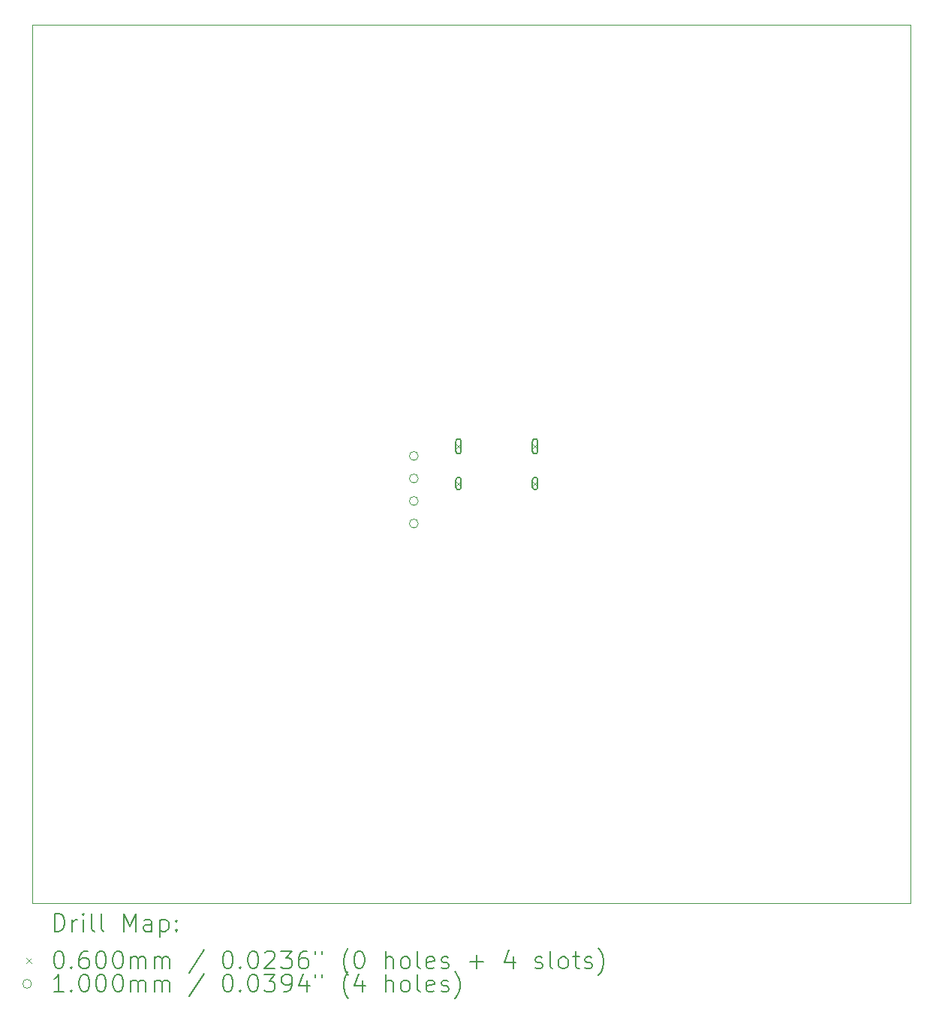
<source format=gbr>
%TF.GenerationSoftware,KiCad,Pcbnew,7.0.8*%
%TF.CreationDate,2023-10-22T22:03:32+02:00*%
%TF.ProjectId,Doodle Drive,446f6f64-6c65-4204-9472-6976652e6b69,1.0V*%
%TF.SameCoordinates,Original*%
%TF.FileFunction,Drillmap*%
%TF.FilePolarity,Positive*%
%FSLAX45Y45*%
G04 Gerber Fmt 4.5, Leading zero omitted, Abs format (unit mm)*
G04 Created by KiCad (PCBNEW 7.0.8) date 2023-10-22 22:03:32*
%MOMM*%
%LPD*%
G01*
G04 APERTURE LIST*
%ADD10C,0.100000*%
%ADD11C,0.200000*%
%ADD12C,0.060000*%
G04 APERTURE END LIST*
D10*
X4572000Y-3429000D02*
X14478000Y-3429000D01*
X14478000Y-13335000D01*
X4572000Y-13335000D01*
X4572000Y-3429000D01*
D11*
D12*
X9353250Y-8151500D02*
X9413250Y-8211500D01*
X9413250Y-8151500D02*
X9353250Y-8211500D01*
D11*
X9353250Y-8126500D02*
X9353250Y-8236500D01*
X9353250Y-8236500D02*
G75*
G03*
X9413250Y-8236500I30000J0D01*
G01*
X9413250Y-8236500D02*
X9413250Y-8126500D01*
X9413250Y-8126500D02*
G75*
G03*
X9353250Y-8126500I-30000J0D01*
G01*
D12*
X9353250Y-8571500D02*
X9413250Y-8631500D01*
X9413250Y-8571500D02*
X9353250Y-8631500D01*
D11*
X9353250Y-8561500D02*
X9353250Y-8641500D01*
X9353250Y-8641500D02*
G75*
G03*
X9413250Y-8641500I30000J0D01*
G01*
X9413250Y-8641500D02*
X9413250Y-8561500D01*
X9413250Y-8561500D02*
G75*
G03*
X9353250Y-8561500I-30000J0D01*
G01*
D12*
X10217250Y-8151500D02*
X10277250Y-8211500D01*
X10277250Y-8151500D02*
X10217250Y-8211500D01*
D11*
X10217250Y-8126500D02*
X10217250Y-8236500D01*
X10217250Y-8236500D02*
G75*
G03*
X10277250Y-8236500I30000J0D01*
G01*
X10277250Y-8236500D02*
X10277250Y-8126500D01*
X10277250Y-8126500D02*
G75*
G03*
X10217250Y-8126500I-30000J0D01*
G01*
D12*
X10217250Y-8571500D02*
X10277250Y-8631500D01*
X10277250Y-8571500D02*
X10217250Y-8631500D01*
D11*
X10217250Y-8561500D02*
X10217250Y-8641500D01*
X10217250Y-8641500D02*
G75*
G03*
X10277250Y-8641500I30000J0D01*
G01*
X10277250Y-8641500D02*
X10277250Y-8561500D01*
X10277250Y-8561500D02*
G75*
G03*
X10217250Y-8561500I-30000J0D01*
G01*
D10*
X8928250Y-8290000D02*
G75*
G03*
X8928250Y-8290000I-50000J0D01*
G01*
X8928250Y-8544000D02*
G75*
G03*
X8928250Y-8544000I-50000J0D01*
G01*
X8928250Y-8798000D02*
G75*
G03*
X8928250Y-8798000I-50000J0D01*
G01*
X8928250Y-9052000D02*
G75*
G03*
X8928250Y-9052000I-50000J0D01*
G01*
D11*
X4827777Y-13651484D02*
X4827777Y-13451484D01*
X4827777Y-13451484D02*
X4875396Y-13451484D01*
X4875396Y-13451484D02*
X4903967Y-13461008D01*
X4903967Y-13461008D02*
X4923015Y-13480055D01*
X4923015Y-13480055D02*
X4932539Y-13499103D01*
X4932539Y-13499103D02*
X4942063Y-13537198D01*
X4942063Y-13537198D02*
X4942063Y-13565769D01*
X4942063Y-13565769D02*
X4932539Y-13603865D01*
X4932539Y-13603865D02*
X4923015Y-13622912D01*
X4923015Y-13622912D02*
X4903967Y-13641960D01*
X4903967Y-13641960D02*
X4875396Y-13651484D01*
X4875396Y-13651484D02*
X4827777Y-13651484D01*
X5027777Y-13651484D02*
X5027777Y-13518150D01*
X5027777Y-13556246D02*
X5037301Y-13537198D01*
X5037301Y-13537198D02*
X5046824Y-13527674D01*
X5046824Y-13527674D02*
X5065872Y-13518150D01*
X5065872Y-13518150D02*
X5084920Y-13518150D01*
X5151586Y-13651484D02*
X5151586Y-13518150D01*
X5151586Y-13451484D02*
X5142063Y-13461008D01*
X5142063Y-13461008D02*
X5151586Y-13470531D01*
X5151586Y-13470531D02*
X5161110Y-13461008D01*
X5161110Y-13461008D02*
X5151586Y-13451484D01*
X5151586Y-13451484D02*
X5151586Y-13470531D01*
X5275396Y-13651484D02*
X5256348Y-13641960D01*
X5256348Y-13641960D02*
X5246824Y-13622912D01*
X5246824Y-13622912D02*
X5246824Y-13451484D01*
X5380158Y-13651484D02*
X5361110Y-13641960D01*
X5361110Y-13641960D02*
X5351586Y-13622912D01*
X5351586Y-13622912D02*
X5351586Y-13451484D01*
X5608729Y-13651484D02*
X5608729Y-13451484D01*
X5608729Y-13451484D02*
X5675396Y-13594341D01*
X5675396Y-13594341D02*
X5742062Y-13451484D01*
X5742062Y-13451484D02*
X5742062Y-13651484D01*
X5923015Y-13651484D02*
X5923015Y-13546722D01*
X5923015Y-13546722D02*
X5913491Y-13527674D01*
X5913491Y-13527674D02*
X5894443Y-13518150D01*
X5894443Y-13518150D02*
X5856348Y-13518150D01*
X5856348Y-13518150D02*
X5837301Y-13527674D01*
X5923015Y-13641960D02*
X5903967Y-13651484D01*
X5903967Y-13651484D02*
X5856348Y-13651484D01*
X5856348Y-13651484D02*
X5837301Y-13641960D01*
X5837301Y-13641960D02*
X5827777Y-13622912D01*
X5827777Y-13622912D02*
X5827777Y-13603865D01*
X5827777Y-13603865D02*
X5837301Y-13584817D01*
X5837301Y-13584817D02*
X5856348Y-13575293D01*
X5856348Y-13575293D02*
X5903967Y-13575293D01*
X5903967Y-13575293D02*
X5923015Y-13565769D01*
X6018253Y-13518150D02*
X6018253Y-13718150D01*
X6018253Y-13527674D02*
X6037301Y-13518150D01*
X6037301Y-13518150D02*
X6075396Y-13518150D01*
X6075396Y-13518150D02*
X6094443Y-13527674D01*
X6094443Y-13527674D02*
X6103967Y-13537198D01*
X6103967Y-13537198D02*
X6113491Y-13556246D01*
X6113491Y-13556246D02*
X6113491Y-13613388D01*
X6113491Y-13613388D02*
X6103967Y-13632436D01*
X6103967Y-13632436D02*
X6094443Y-13641960D01*
X6094443Y-13641960D02*
X6075396Y-13651484D01*
X6075396Y-13651484D02*
X6037301Y-13651484D01*
X6037301Y-13651484D02*
X6018253Y-13641960D01*
X6199205Y-13632436D02*
X6208729Y-13641960D01*
X6208729Y-13641960D02*
X6199205Y-13651484D01*
X6199205Y-13651484D02*
X6189682Y-13641960D01*
X6189682Y-13641960D02*
X6199205Y-13632436D01*
X6199205Y-13632436D02*
X6199205Y-13651484D01*
X6199205Y-13527674D02*
X6208729Y-13537198D01*
X6208729Y-13537198D02*
X6199205Y-13546722D01*
X6199205Y-13546722D02*
X6189682Y-13537198D01*
X6189682Y-13537198D02*
X6199205Y-13527674D01*
X6199205Y-13527674D02*
X6199205Y-13546722D01*
D12*
X4507000Y-13950000D02*
X4567000Y-14010000D01*
X4567000Y-13950000D02*
X4507000Y-14010000D01*
D11*
X4865872Y-13871484D02*
X4884920Y-13871484D01*
X4884920Y-13871484D02*
X4903967Y-13881008D01*
X4903967Y-13881008D02*
X4913491Y-13890531D01*
X4913491Y-13890531D02*
X4923015Y-13909579D01*
X4923015Y-13909579D02*
X4932539Y-13947674D01*
X4932539Y-13947674D02*
X4932539Y-13995293D01*
X4932539Y-13995293D02*
X4923015Y-14033388D01*
X4923015Y-14033388D02*
X4913491Y-14052436D01*
X4913491Y-14052436D02*
X4903967Y-14061960D01*
X4903967Y-14061960D02*
X4884920Y-14071484D01*
X4884920Y-14071484D02*
X4865872Y-14071484D01*
X4865872Y-14071484D02*
X4846824Y-14061960D01*
X4846824Y-14061960D02*
X4837301Y-14052436D01*
X4837301Y-14052436D02*
X4827777Y-14033388D01*
X4827777Y-14033388D02*
X4818253Y-13995293D01*
X4818253Y-13995293D02*
X4818253Y-13947674D01*
X4818253Y-13947674D02*
X4827777Y-13909579D01*
X4827777Y-13909579D02*
X4837301Y-13890531D01*
X4837301Y-13890531D02*
X4846824Y-13881008D01*
X4846824Y-13881008D02*
X4865872Y-13871484D01*
X5018253Y-14052436D02*
X5027777Y-14061960D01*
X5027777Y-14061960D02*
X5018253Y-14071484D01*
X5018253Y-14071484D02*
X5008729Y-14061960D01*
X5008729Y-14061960D02*
X5018253Y-14052436D01*
X5018253Y-14052436D02*
X5018253Y-14071484D01*
X5199205Y-13871484D02*
X5161110Y-13871484D01*
X5161110Y-13871484D02*
X5142063Y-13881008D01*
X5142063Y-13881008D02*
X5132539Y-13890531D01*
X5132539Y-13890531D02*
X5113491Y-13919103D01*
X5113491Y-13919103D02*
X5103967Y-13957198D01*
X5103967Y-13957198D02*
X5103967Y-14033388D01*
X5103967Y-14033388D02*
X5113491Y-14052436D01*
X5113491Y-14052436D02*
X5123015Y-14061960D01*
X5123015Y-14061960D02*
X5142063Y-14071484D01*
X5142063Y-14071484D02*
X5180158Y-14071484D01*
X5180158Y-14071484D02*
X5199205Y-14061960D01*
X5199205Y-14061960D02*
X5208729Y-14052436D01*
X5208729Y-14052436D02*
X5218253Y-14033388D01*
X5218253Y-14033388D02*
X5218253Y-13985769D01*
X5218253Y-13985769D02*
X5208729Y-13966722D01*
X5208729Y-13966722D02*
X5199205Y-13957198D01*
X5199205Y-13957198D02*
X5180158Y-13947674D01*
X5180158Y-13947674D02*
X5142063Y-13947674D01*
X5142063Y-13947674D02*
X5123015Y-13957198D01*
X5123015Y-13957198D02*
X5113491Y-13966722D01*
X5113491Y-13966722D02*
X5103967Y-13985769D01*
X5342063Y-13871484D02*
X5361110Y-13871484D01*
X5361110Y-13871484D02*
X5380158Y-13881008D01*
X5380158Y-13881008D02*
X5389682Y-13890531D01*
X5389682Y-13890531D02*
X5399205Y-13909579D01*
X5399205Y-13909579D02*
X5408729Y-13947674D01*
X5408729Y-13947674D02*
X5408729Y-13995293D01*
X5408729Y-13995293D02*
X5399205Y-14033388D01*
X5399205Y-14033388D02*
X5389682Y-14052436D01*
X5389682Y-14052436D02*
X5380158Y-14061960D01*
X5380158Y-14061960D02*
X5361110Y-14071484D01*
X5361110Y-14071484D02*
X5342063Y-14071484D01*
X5342063Y-14071484D02*
X5323015Y-14061960D01*
X5323015Y-14061960D02*
X5313491Y-14052436D01*
X5313491Y-14052436D02*
X5303967Y-14033388D01*
X5303967Y-14033388D02*
X5294444Y-13995293D01*
X5294444Y-13995293D02*
X5294444Y-13947674D01*
X5294444Y-13947674D02*
X5303967Y-13909579D01*
X5303967Y-13909579D02*
X5313491Y-13890531D01*
X5313491Y-13890531D02*
X5323015Y-13881008D01*
X5323015Y-13881008D02*
X5342063Y-13871484D01*
X5532539Y-13871484D02*
X5551586Y-13871484D01*
X5551586Y-13871484D02*
X5570634Y-13881008D01*
X5570634Y-13881008D02*
X5580158Y-13890531D01*
X5580158Y-13890531D02*
X5589682Y-13909579D01*
X5589682Y-13909579D02*
X5599205Y-13947674D01*
X5599205Y-13947674D02*
X5599205Y-13995293D01*
X5599205Y-13995293D02*
X5589682Y-14033388D01*
X5589682Y-14033388D02*
X5580158Y-14052436D01*
X5580158Y-14052436D02*
X5570634Y-14061960D01*
X5570634Y-14061960D02*
X5551586Y-14071484D01*
X5551586Y-14071484D02*
X5532539Y-14071484D01*
X5532539Y-14071484D02*
X5513491Y-14061960D01*
X5513491Y-14061960D02*
X5503967Y-14052436D01*
X5503967Y-14052436D02*
X5494444Y-14033388D01*
X5494444Y-14033388D02*
X5484920Y-13995293D01*
X5484920Y-13995293D02*
X5484920Y-13947674D01*
X5484920Y-13947674D02*
X5494444Y-13909579D01*
X5494444Y-13909579D02*
X5503967Y-13890531D01*
X5503967Y-13890531D02*
X5513491Y-13881008D01*
X5513491Y-13881008D02*
X5532539Y-13871484D01*
X5684920Y-14071484D02*
X5684920Y-13938150D01*
X5684920Y-13957198D02*
X5694443Y-13947674D01*
X5694443Y-13947674D02*
X5713491Y-13938150D01*
X5713491Y-13938150D02*
X5742063Y-13938150D01*
X5742063Y-13938150D02*
X5761110Y-13947674D01*
X5761110Y-13947674D02*
X5770634Y-13966722D01*
X5770634Y-13966722D02*
X5770634Y-14071484D01*
X5770634Y-13966722D02*
X5780158Y-13947674D01*
X5780158Y-13947674D02*
X5799205Y-13938150D01*
X5799205Y-13938150D02*
X5827777Y-13938150D01*
X5827777Y-13938150D02*
X5846824Y-13947674D01*
X5846824Y-13947674D02*
X5856348Y-13966722D01*
X5856348Y-13966722D02*
X5856348Y-14071484D01*
X5951586Y-14071484D02*
X5951586Y-13938150D01*
X5951586Y-13957198D02*
X5961110Y-13947674D01*
X5961110Y-13947674D02*
X5980158Y-13938150D01*
X5980158Y-13938150D02*
X6008729Y-13938150D01*
X6008729Y-13938150D02*
X6027777Y-13947674D01*
X6027777Y-13947674D02*
X6037301Y-13966722D01*
X6037301Y-13966722D02*
X6037301Y-14071484D01*
X6037301Y-13966722D02*
X6046824Y-13947674D01*
X6046824Y-13947674D02*
X6065872Y-13938150D01*
X6065872Y-13938150D02*
X6094443Y-13938150D01*
X6094443Y-13938150D02*
X6113491Y-13947674D01*
X6113491Y-13947674D02*
X6123015Y-13966722D01*
X6123015Y-13966722D02*
X6123015Y-14071484D01*
X6513491Y-13861960D02*
X6342063Y-14119103D01*
X6770634Y-13871484D02*
X6789682Y-13871484D01*
X6789682Y-13871484D02*
X6808729Y-13881008D01*
X6808729Y-13881008D02*
X6818253Y-13890531D01*
X6818253Y-13890531D02*
X6827777Y-13909579D01*
X6827777Y-13909579D02*
X6837301Y-13947674D01*
X6837301Y-13947674D02*
X6837301Y-13995293D01*
X6837301Y-13995293D02*
X6827777Y-14033388D01*
X6827777Y-14033388D02*
X6818253Y-14052436D01*
X6818253Y-14052436D02*
X6808729Y-14061960D01*
X6808729Y-14061960D02*
X6789682Y-14071484D01*
X6789682Y-14071484D02*
X6770634Y-14071484D01*
X6770634Y-14071484D02*
X6751586Y-14061960D01*
X6751586Y-14061960D02*
X6742063Y-14052436D01*
X6742063Y-14052436D02*
X6732539Y-14033388D01*
X6732539Y-14033388D02*
X6723015Y-13995293D01*
X6723015Y-13995293D02*
X6723015Y-13947674D01*
X6723015Y-13947674D02*
X6732539Y-13909579D01*
X6732539Y-13909579D02*
X6742063Y-13890531D01*
X6742063Y-13890531D02*
X6751586Y-13881008D01*
X6751586Y-13881008D02*
X6770634Y-13871484D01*
X6923015Y-14052436D02*
X6932539Y-14061960D01*
X6932539Y-14061960D02*
X6923015Y-14071484D01*
X6923015Y-14071484D02*
X6913491Y-14061960D01*
X6913491Y-14061960D02*
X6923015Y-14052436D01*
X6923015Y-14052436D02*
X6923015Y-14071484D01*
X7056348Y-13871484D02*
X7075396Y-13871484D01*
X7075396Y-13871484D02*
X7094444Y-13881008D01*
X7094444Y-13881008D02*
X7103967Y-13890531D01*
X7103967Y-13890531D02*
X7113491Y-13909579D01*
X7113491Y-13909579D02*
X7123015Y-13947674D01*
X7123015Y-13947674D02*
X7123015Y-13995293D01*
X7123015Y-13995293D02*
X7113491Y-14033388D01*
X7113491Y-14033388D02*
X7103967Y-14052436D01*
X7103967Y-14052436D02*
X7094444Y-14061960D01*
X7094444Y-14061960D02*
X7075396Y-14071484D01*
X7075396Y-14071484D02*
X7056348Y-14071484D01*
X7056348Y-14071484D02*
X7037301Y-14061960D01*
X7037301Y-14061960D02*
X7027777Y-14052436D01*
X7027777Y-14052436D02*
X7018253Y-14033388D01*
X7018253Y-14033388D02*
X7008729Y-13995293D01*
X7008729Y-13995293D02*
X7008729Y-13947674D01*
X7008729Y-13947674D02*
X7018253Y-13909579D01*
X7018253Y-13909579D02*
X7027777Y-13890531D01*
X7027777Y-13890531D02*
X7037301Y-13881008D01*
X7037301Y-13881008D02*
X7056348Y-13871484D01*
X7199206Y-13890531D02*
X7208729Y-13881008D01*
X7208729Y-13881008D02*
X7227777Y-13871484D01*
X7227777Y-13871484D02*
X7275396Y-13871484D01*
X7275396Y-13871484D02*
X7294444Y-13881008D01*
X7294444Y-13881008D02*
X7303967Y-13890531D01*
X7303967Y-13890531D02*
X7313491Y-13909579D01*
X7313491Y-13909579D02*
X7313491Y-13928627D01*
X7313491Y-13928627D02*
X7303967Y-13957198D01*
X7303967Y-13957198D02*
X7189682Y-14071484D01*
X7189682Y-14071484D02*
X7313491Y-14071484D01*
X7380158Y-13871484D02*
X7503967Y-13871484D01*
X7503967Y-13871484D02*
X7437301Y-13947674D01*
X7437301Y-13947674D02*
X7465872Y-13947674D01*
X7465872Y-13947674D02*
X7484920Y-13957198D01*
X7484920Y-13957198D02*
X7494444Y-13966722D01*
X7494444Y-13966722D02*
X7503967Y-13985769D01*
X7503967Y-13985769D02*
X7503967Y-14033388D01*
X7503967Y-14033388D02*
X7494444Y-14052436D01*
X7494444Y-14052436D02*
X7484920Y-14061960D01*
X7484920Y-14061960D02*
X7465872Y-14071484D01*
X7465872Y-14071484D02*
X7408729Y-14071484D01*
X7408729Y-14071484D02*
X7389682Y-14061960D01*
X7389682Y-14061960D02*
X7380158Y-14052436D01*
X7675396Y-13871484D02*
X7637301Y-13871484D01*
X7637301Y-13871484D02*
X7618253Y-13881008D01*
X7618253Y-13881008D02*
X7608729Y-13890531D01*
X7608729Y-13890531D02*
X7589682Y-13919103D01*
X7589682Y-13919103D02*
X7580158Y-13957198D01*
X7580158Y-13957198D02*
X7580158Y-14033388D01*
X7580158Y-14033388D02*
X7589682Y-14052436D01*
X7589682Y-14052436D02*
X7599206Y-14061960D01*
X7599206Y-14061960D02*
X7618253Y-14071484D01*
X7618253Y-14071484D02*
X7656348Y-14071484D01*
X7656348Y-14071484D02*
X7675396Y-14061960D01*
X7675396Y-14061960D02*
X7684920Y-14052436D01*
X7684920Y-14052436D02*
X7694444Y-14033388D01*
X7694444Y-14033388D02*
X7694444Y-13985769D01*
X7694444Y-13985769D02*
X7684920Y-13966722D01*
X7684920Y-13966722D02*
X7675396Y-13957198D01*
X7675396Y-13957198D02*
X7656348Y-13947674D01*
X7656348Y-13947674D02*
X7618253Y-13947674D01*
X7618253Y-13947674D02*
X7599206Y-13957198D01*
X7599206Y-13957198D02*
X7589682Y-13966722D01*
X7589682Y-13966722D02*
X7580158Y-13985769D01*
X7770634Y-13871484D02*
X7770634Y-13909579D01*
X7846825Y-13871484D02*
X7846825Y-13909579D01*
X8142063Y-14147674D02*
X8132539Y-14138150D01*
X8132539Y-14138150D02*
X8113491Y-14109579D01*
X8113491Y-14109579D02*
X8103968Y-14090531D01*
X8103968Y-14090531D02*
X8094444Y-14061960D01*
X8094444Y-14061960D02*
X8084920Y-14014341D01*
X8084920Y-14014341D02*
X8084920Y-13976246D01*
X8084920Y-13976246D02*
X8094444Y-13928627D01*
X8094444Y-13928627D02*
X8103968Y-13900055D01*
X8103968Y-13900055D02*
X8113491Y-13881008D01*
X8113491Y-13881008D02*
X8132539Y-13852436D01*
X8132539Y-13852436D02*
X8142063Y-13842912D01*
X8256348Y-13871484D02*
X8275396Y-13871484D01*
X8275396Y-13871484D02*
X8294444Y-13881008D01*
X8294444Y-13881008D02*
X8303968Y-13890531D01*
X8303968Y-13890531D02*
X8313491Y-13909579D01*
X8313491Y-13909579D02*
X8323015Y-13947674D01*
X8323015Y-13947674D02*
X8323015Y-13995293D01*
X8323015Y-13995293D02*
X8313491Y-14033388D01*
X8313491Y-14033388D02*
X8303968Y-14052436D01*
X8303968Y-14052436D02*
X8294444Y-14061960D01*
X8294444Y-14061960D02*
X8275396Y-14071484D01*
X8275396Y-14071484D02*
X8256348Y-14071484D01*
X8256348Y-14071484D02*
X8237301Y-14061960D01*
X8237301Y-14061960D02*
X8227777Y-14052436D01*
X8227777Y-14052436D02*
X8218253Y-14033388D01*
X8218253Y-14033388D02*
X8208729Y-13995293D01*
X8208729Y-13995293D02*
X8208729Y-13947674D01*
X8208729Y-13947674D02*
X8218253Y-13909579D01*
X8218253Y-13909579D02*
X8227777Y-13890531D01*
X8227777Y-13890531D02*
X8237301Y-13881008D01*
X8237301Y-13881008D02*
X8256348Y-13871484D01*
X8561111Y-14071484D02*
X8561111Y-13871484D01*
X8646825Y-14071484D02*
X8646825Y-13966722D01*
X8646825Y-13966722D02*
X8637301Y-13947674D01*
X8637301Y-13947674D02*
X8618253Y-13938150D01*
X8618253Y-13938150D02*
X8589682Y-13938150D01*
X8589682Y-13938150D02*
X8570634Y-13947674D01*
X8570634Y-13947674D02*
X8561111Y-13957198D01*
X8770634Y-14071484D02*
X8751587Y-14061960D01*
X8751587Y-14061960D02*
X8742063Y-14052436D01*
X8742063Y-14052436D02*
X8732539Y-14033388D01*
X8732539Y-14033388D02*
X8732539Y-13976246D01*
X8732539Y-13976246D02*
X8742063Y-13957198D01*
X8742063Y-13957198D02*
X8751587Y-13947674D01*
X8751587Y-13947674D02*
X8770634Y-13938150D01*
X8770634Y-13938150D02*
X8799206Y-13938150D01*
X8799206Y-13938150D02*
X8818253Y-13947674D01*
X8818253Y-13947674D02*
X8827777Y-13957198D01*
X8827777Y-13957198D02*
X8837301Y-13976246D01*
X8837301Y-13976246D02*
X8837301Y-14033388D01*
X8837301Y-14033388D02*
X8827777Y-14052436D01*
X8827777Y-14052436D02*
X8818253Y-14061960D01*
X8818253Y-14061960D02*
X8799206Y-14071484D01*
X8799206Y-14071484D02*
X8770634Y-14071484D01*
X8951587Y-14071484D02*
X8932539Y-14061960D01*
X8932539Y-14061960D02*
X8923015Y-14042912D01*
X8923015Y-14042912D02*
X8923015Y-13871484D01*
X9103968Y-14061960D02*
X9084920Y-14071484D01*
X9084920Y-14071484D02*
X9046825Y-14071484D01*
X9046825Y-14071484D02*
X9027777Y-14061960D01*
X9027777Y-14061960D02*
X9018253Y-14042912D01*
X9018253Y-14042912D02*
X9018253Y-13966722D01*
X9018253Y-13966722D02*
X9027777Y-13947674D01*
X9027777Y-13947674D02*
X9046825Y-13938150D01*
X9046825Y-13938150D02*
X9084920Y-13938150D01*
X9084920Y-13938150D02*
X9103968Y-13947674D01*
X9103968Y-13947674D02*
X9113492Y-13966722D01*
X9113492Y-13966722D02*
X9113492Y-13985769D01*
X9113492Y-13985769D02*
X9018253Y-14004817D01*
X9189682Y-14061960D02*
X9208730Y-14071484D01*
X9208730Y-14071484D02*
X9246825Y-14071484D01*
X9246825Y-14071484D02*
X9265873Y-14061960D01*
X9265873Y-14061960D02*
X9275396Y-14042912D01*
X9275396Y-14042912D02*
X9275396Y-14033388D01*
X9275396Y-14033388D02*
X9265873Y-14014341D01*
X9265873Y-14014341D02*
X9246825Y-14004817D01*
X9246825Y-14004817D02*
X9218253Y-14004817D01*
X9218253Y-14004817D02*
X9199206Y-13995293D01*
X9199206Y-13995293D02*
X9189682Y-13976246D01*
X9189682Y-13976246D02*
X9189682Y-13966722D01*
X9189682Y-13966722D02*
X9199206Y-13947674D01*
X9199206Y-13947674D02*
X9218253Y-13938150D01*
X9218253Y-13938150D02*
X9246825Y-13938150D01*
X9246825Y-13938150D02*
X9265873Y-13947674D01*
X9513492Y-13995293D02*
X9665873Y-13995293D01*
X9589682Y-14071484D02*
X9589682Y-13919103D01*
X9999206Y-13938150D02*
X9999206Y-14071484D01*
X9951587Y-13861960D02*
X9903968Y-14004817D01*
X9903968Y-14004817D02*
X10027777Y-14004817D01*
X10246825Y-14061960D02*
X10265873Y-14071484D01*
X10265873Y-14071484D02*
X10303968Y-14071484D01*
X10303968Y-14071484D02*
X10323016Y-14061960D01*
X10323016Y-14061960D02*
X10332539Y-14042912D01*
X10332539Y-14042912D02*
X10332539Y-14033388D01*
X10332539Y-14033388D02*
X10323016Y-14014341D01*
X10323016Y-14014341D02*
X10303968Y-14004817D01*
X10303968Y-14004817D02*
X10275396Y-14004817D01*
X10275396Y-14004817D02*
X10256349Y-13995293D01*
X10256349Y-13995293D02*
X10246825Y-13976246D01*
X10246825Y-13976246D02*
X10246825Y-13966722D01*
X10246825Y-13966722D02*
X10256349Y-13947674D01*
X10256349Y-13947674D02*
X10275396Y-13938150D01*
X10275396Y-13938150D02*
X10303968Y-13938150D01*
X10303968Y-13938150D02*
X10323016Y-13947674D01*
X10446825Y-14071484D02*
X10427777Y-14061960D01*
X10427777Y-14061960D02*
X10418254Y-14042912D01*
X10418254Y-14042912D02*
X10418254Y-13871484D01*
X10551587Y-14071484D02*
X10532539Y-14061960D01*
X10532539Y-14061960D02*
X10523016Y-14052436D01*
X10523016Y-14052436D02*
X10513492Y-14033388D01*
X10513492Y-14033388D02*
X10513492Y-13976246D01*
X10513492Y-13976246D02*
X10523016Y-13957198D01*
X10523016Y-13957198D02*
X10532539Y-13947674D01*
X10532539Y-13947674D02*
X10551587Y-13938150D01*
X10551587Y-13938150D02*
X10580158Y-13938150D01*
X10580158Y-13938150D02*
X10599206Y-13947674D01*
X10599206Y-13947674D02*
X10608730Y-13957198D01*
X10608730Y-13957198D02*
X10618254Y-13976246D01*
X10618254Y-13976246D02*
X10618254Y-14033388D01*
X10618254Y-14033388D02*
X10608730Y-14052436D01*
X10608730Y-14052436D02*
X10599206Y-14061960D01*
X10599206Y-14061960D02*
X10580158Y-14071484D01*
X10580158Y-14071484D02*
X10551587Y-14071484D01*
X10675397Y-13938150D02*
X10751587Y-13938150D01*
X10703968Y-13871484D02*
X10703968Y-14042912D01*
X10703968Y-14042912D02*
X10713492Y-14061960D01*
X10713492Y-14061960D02*
X10732539Y-14071484D01*
X10732539Y-14071484D02*
X10751587Y-14071484D01*
X10808730Y-14061960D02*
X10827777Y-14071484D01*
X10827777Y-14071484D02*
X10865873Y-14071484D01*
X10865873Y-14071484D02*
X10884920Y-14061960D01*
X10884920Y-14061960D02*
X10894444Y-14042912D01*
X10894444Y-14042912D02*
X10894444Y-14033388D01*
X10894444Y-14033388D02*
X10884920Y-14014341D01*
X10884920Y-14014341D02*
X10865873Y-14004817D01*
X10865873Y-14004817D02*
X10837301Y-14004817D01*
X10837301Y-14004817D02*
X10818254Y-13995293D01*
X10818254Y-13995293D02*
X10808730Y-13976246D01*
X10808730Y-13976246D02*
X10808730Y-13966722D01*
X10808730Y-13966722D02*
X10818254Y-13947674D01*
X10818254Y-13947674D02*
X10837301Y-13938150D01*
X10837301Y-13938150D02*
X10865873Y-13938150D01*
X10865873Y-13938150D02*
X10884920Y-13947674D01*
X10961111Y-14147674D02*
X10970635Y-14138150D01*
X10970635Y-14138150D02*
X10989682Y-14109579D01*
X10989682Y-14109579D02*
X10999206Y-14090531D01*
X10999206Y-14090531D02*
X11008730Y-14061960D01*
X11008730Y-14061960D02*
X11018254Y-14014341D01*
X11018254Y-14014341D02*
X11018254Y-13976246D01*
X11018254Y-13976246D02*
X11008730Y-13928627D01*
X11008730Y-13928627D02*
X10999206Y-13900055D01*
X10999206Y-13900055D02*
X10989682Y-13881008D01*
X10989682Y-13881008D02*
X10970635Y-13852436D01*
X10970635Y-13852436D02*
X10961111Y-13842912D01*
D10*
X4567000Y-14244000D02*
G75*
G03*
X4567000Y-14244000I-50000J0D01*
G01*
D11*
X4932539Y-14335484D02*
X4818253Y-14335484D01*
X4875396Y-14335484D02*
X4875396Y-14135484D01*
X4875396Y-14135484D02*
X4856348Y-14164055D01*
X4856348Y-14164055D02*
X4837301Y-14183103D01*
X4837301Y-14183103D02*
X4818253Y-14192627D01*
X5018253Y-14316436D02*
X5027777Y-14325960D01*
X5027777Y-14325960D02*
X5018253Y-14335484D01*
X5018253Y-14335484D02*
X5008729Y-14325960D01*
X5008729Y-14325960D02*
X5018253Y-14316436D01*
X5018253Y-14316436D02*
X5018253Y-14335484D01*
X5151586Y-14135484D02*
X5170634Y-14135484D01*
X5170634Y-14135484D02*
X5189682Y-14145008D01*
X5189682Y-14145008D02*
X5199205Y-14154531D01*
X5199205Y-14154531D02*
X5208729Y-14173579D01*
X5208729Y-14173579D02*
X5218253Y-14211674D01*
X5218253Y-14211674D02*
X5218253Y-14259293D01*
X5218253Y-14259293D02*
X5208729Y-14297388D01*
X5208729Y-14297388D02*
X5199205Y-14316436D01*
X5199205Y-14316436D02*
X5189682Y-14325960D01*
X5189682Y-14325960D02*
X5170634Y-14335484D01*
X5170634Y-14335484D02*
X5151586Y-14335484D01*
X5151586Y-14335484D02*
X5132539Y-14325960D01*
X5132539Y-14325960D02*
X5123015Y-14316436D01*
X5123015Y-14316436D02*
X5113491Y-14297388D01*
X5113491Y-14297388D02*
X5103967Y-14259293D01*
X5103967Y-14259293D02*
X5103967Y-14211674D01*
X5103967Y-14211674D02*
X5113491Y-14173579D01*
X5113491Y-14173579D02*
X5123015Y-14154531D01*
X5123015Y-14154531D02*
X5132539Y-14145008D01*
X5132539Y-14145008D02*
X5151586Y-14135484D01*
X5342063Y-14135484D02*
X5361110Y-14135484D01*
X5361110Y-14135484D02*
X5380158Y-14145008D01*
X5380158Y-14145008D02*
X5389682Y-14154531D01*
X5389682Y-14154531D02*
X5399205Y-14173579D01*
X5399205Y-14173579D02*
X5408729Y-14211674D01*
X5408729Y-14211674D02*
X5408729Y-14259293D01*
X5408729Y-14259293D02*
X5399205Y-14297388D01*
X5399205Y-14297388D02*
X5389682Y-14316436D01*
X5389682Y-14316436D02*
X5380158Y-14325960D01*
X5380158Y-14325960D02*
X5361110Y-14335484D01*
X5361110Y-14335484D02*
X5342063Y-14335484D01*
X5342063Y-14335484D02*
X5323015Y-14325960D01*
X5323015Y-14325960D02*
X5313491Y-14316436D01*
X5313491Y-14316436D02*
X5303967Y-14297388D01*
X5303967Y-14297388D02*
X5294444Y-14259293D01*
X5294444Y-14259293D02*
X5294444Y-14211674D01*
X5294444Y-14211674D02*
X5303967Y-14173579D01*
X5303967Y-14173579D02*
X5313491Y-14154531D01*
X5313491Y-14154531D02*
X5323015Y-14145008D01*
X5323015Y-14145008D02*
X5342063Y-14135484D01*
X5532539Y-14135484D02*
X5551586Y-14135484D01*
X5551586Y-14135484D02*
X5570634Y-14145008D01*
X5570634Y-14145008D02*
X5580158Y-14154531D01*
X5580158Y-14154531D02*
X5589682Y-14173579D01*
X5589682Y-14173579D02*
X5599205Y-14211674D01*
X5599205Y-14211674D02*
X5599205Y-14259293D01*
X5599205Y-14259293D02*
X5589682Y-14297388D01*
X5589682Y-14297388D02*
X5580158Y-14316436D01*
X5580158Y-14316436D02*
X5570634Y-14325960D01*
X5570634Y-14325960D02*
X5551586Y-14335484D01*
X5551586Y-14335484D02*
X5532539Y-14335484D01*
X5532539Y-14335484D02*
X5513491Y-14325960D01*
X5513491Y-14325960D02*
X5503967Y-14316436D01*
X5503967Y-14316436D02*
X5494444Y-14297388D01*
X5494444Y-14297388D02*
X5484920Y-14259293D01*
X5484920Y-14259293D02*
X5484920Y-14211674D01*
X5484920Y-14211674D02*
X5494444Y-14173579D01*
X5494444Y-14173579D02*
X5503967Y-14154531D01*
X5503967Y-14154531D02*
X5513491Y-14145008D01*
X5513491Y-14145008D02*
X5532539Y-14135484D01*
X5684920Y-14335484D02*
X5684920Y-14202150D01*
X5684920Y-14221198D02*
X5694443Y-14211674D01*
X5694443Y-14211674D02*
X5713491Y-14202150D01*
X5713491Y-14202150D02*
X5742063Y-14202150D01*
X5742063Y-14202150D02*
X5761110Y-14211674D01*
X5761110Y-14211674D02*
X5770634Y-14230722D01*
X5770634Y-14230722D02*
X5770634Y-14335484D01*
X5770634Y-14230722D02*
X5780158Y-14211674D01*
X5780158Y-14211674D02*
X5799205Y-14202150D01*
X5799205Y-14202150D02*
X5827777Y-14202150D01*
X5827777Y-14202150D02*
X5846824Y-14211674D01*
X5846824Y-14211674D02*
X5856348Y-14230722D01*
X5856348Y-14230722D02*
X5856348Y-14335484D01*
X5951586Y-14335484D02*
X5951586Y-14202150D01*
X5951586Y-14221198D02*
X5961110Y-14211674D01*
X5961110Y-14211674D02*
X5980158Y-14202150D01*
X5980158Y-14202150D02*
X6008729Y-14202150D01*
X6008729Y-14202150D02*
X6027777Y-14211674D01*
X6027777Y-14211674D02*
X6037301Y-14230722D01*
X6037301Y-14230722D02*
X6037301Y-14335484D01*
X6037301Y-14230722D02*
X6046824Y-14211674D01*
X6046824Y-14211674D02*
X6065872Y-14202150D01*
X6065872Y-14202150D02*
X6094443Y-14202150D01*
X6094443Y-14202150D02*
X6113491Y-14211674D01*
X6113491Y-14211674D02*
X6123015Y-14230722D01*
X6123015Y-14230722D02*
X6123015Y-14335484D01*
X6513491Y-14125960D02*
X6342063Y-14383103D01*
X6770634Y-14135484D02*
X6789682Y-14135484D01*
X6789682Y-14135484D02*
X6808729Y-14145008D01*
X6808729Y-14145008D02*
X6818253Y-14154531D01*
X6818253Y-14154531D02*
X6827777Y-14173579D01*
X6827777Y-14173579D02*
X6837301Y-14211674D01*
X6837301Y-14211674D02*
X6837301Y-14259293D01*
X6837301Y-14259293D02*
X6827777Y-14297388D01*
X6827777Y-14297388D02*
X6818253Y-14316436D01*
X6818253Y-14316436D02*
X6808729Y-14325960D01*
X6808729Y-14325960D02*
X6789682Y-14335484D01*
X6789682Y-14335484D02*
X6770634Y-14335484D01*
X6770634Y-14335484D02*
X6751586Y-14325960D01*
X6751586Y-14325960D02*
X6742063Y-14316436D01*
X6742063Y-14316436D02*
X6732539Y-14297388D01*
X6732539Y-14297388D02*
X6723015Y-14259293D01*
X6723015Y-14259293D02*
X6723015Y-14211674D01*
X6723015Y-14211674D02*
X6732539Y-14173579D01*
X6732539Y-14173579D02*
X6742063Y-14154531D01*
X6742063Y-14154531D02*
X6751586Y-14145008D01*
X6751586Y-14145008D02*
X6770634Y-14135484D01*
X6923015Y-14316436D02*
X6932539Y-14325960D01*
X6932539Y-14325960D02*
X6923015Y-14335484D01*
X6923015Y-14335484D02*
X6913491Y-14325960D01*
X6913491Y-14325960D02*
X6923015Y-14316436D01*
X6923015Y-14316436D02*
X6923015Y-14335484D01*
X7056348Y-14135484D02*
X7075396Y-14135484D01*
X7075396Y-14135484D02*
X7094444Y-14145008D01*
X7094444Y-14145008D02*
X7103967Y-14154531D01*
X7103967Y-14154531D02*
X7113491Y-14173579D01*
X7113491Y-14173579D02*
X7123015Y-14211674D01*
X7123015Y-14211674D02*
X7123015Y-14259293D01*
X7123015Y-14259293D02*
X7113491Y-14297388D01*
X7113491Y-14297388D02*
X7103967Y-14316436D01*
X7103967Y-14316436D02*
X7094444Y-14325960D01*
X7094444Y-14325960D02*
X7075396Y-14335484D01*
X7075396Y-14335484D02*
X7056348Y-14335484D01*
X7056348Y-14335484D02*
X7037301Y-14325960D01*
X7037301Y-14325960D02*
X7027777Y-14316436D01*
X7027777Y-14316436D02*
X7018253Y-14297388D01*
X7018253Y-14297388D02*
X7008729Y-14259293D01*
X7008729Y-14259293D02*
X7008729Y-14211674D01*
X7008729Y-14211674D02*
X7018253Y-14173579D01*
X7018253Y-14173579D02*
X7027777Y-14154531D01*
X7027777Y-14154531D02*
X7037301Y-14145008D01*
X7037301Y-14145008D02*
X7056348Y-14135484D01*
X7189682Y-14135484D02*
X7313491Y-14135484D01*
X7313491Y-14135484D02*
X7246825Y-14211674D01*
X7246825Y-14211674D02*
X7275396Y-14211674D01*
X7275396Y-14211674D02*
X7294444Y-14221198D01*
X7294444Y-14221198D02*
X7303967Y-14230722D01*
X7303967Y-14230722D02*
X7313491Y-14249769D01*
X7313491Y-14249769D02*
X7313491Y-14297388D01*
X7313491Y-14297388D02*
X7303967Y-14316436D01*
X7303967Y-14316436D02*
X7294444Y-14325960D01*
X7294444Y-14325960D02*
X7275396Y-14335484D01*
X7275396Y-14335484D02*
X7218253Y-14335484D01*
X7218253Y-14335484D02*
X7199206Y-14325960D01*
X7199206Y-14325960D02*
X7189682Y-14316436D01*
X7408729Y-14335484D02*
X7446825Y-14335484D01*
X7446825Y-14335484D02*
X7465872Y-14325960D01*
X7465872Y-14325960D02*
X7475396Y-14316436D01*
X7475396Y-14316436D02*
X7494444Y-14287865D01*
X7494444Y-14287865D02*
X7503967Y-14249769D01*
X7503967Y-14249769D02*
X7503967Y-14173579D01*
X7503967Y-14173579D02*
X7494444Y-14154531D01*
X7494444Y-14154531D02*
X7484920Y-14145008D01*
X7484920Y-14145008D02*
X7465872Y-14135484D01*
X7465872Y-14135484D02*
X7427777Y-14135484D01*
X7427777Y-14135484D02*
X7408729Y-14145008D01*
X7408729Y-14145008D02*
X7399206Y-14154531D01*
X7399206Y-14154531D02*
X7389682Y-14173579D01*
X7389682Y-14173579D02*
X7389682Y-14221198D01*
X7389682Y-14221198D02*
X7399206Y-14240246D01*
X7399206Y-14240246D02*
X7408729Y-14249769D01*
X7408729Y-14249769D02*
X7427777Y-14259293D01*
X7427777Y-14259293D02*
X7465872Y-14259293D01*
X7465872Y-14259293D02*
X7484920Y-14249769D01*
X7484920Y-14249769D02*
X7494444Y-14240246D01*
X7494444Y-14240246D02*
X7503967Y-14221198D01*
X7675396Y-14202150D02*
X7675396Y-14335484D01*
X7627777Y-14125960D02*
X7580158Y-14268817D01*
X7580158Y-14268817D02*
X7703967Y-14268817D01*
X7770634Y-14135484D02*
X7770634Y-14173579D01*
X7846825Y-14135484D02*
X7846825Y-14173579D01*
X8142063Y-14411674D02*
X8132539Y-14402150D01*
X8132539Y-14402150D02*
X8113491Y-14373579D01*
X8113491Y-14373579D02*
X8103968Y-14354531D01*
X8103968Y-14354531D02*
X8094444Y-14325960D01*
X8094444Y-14325960D02*
X8084920Y-14278341D01*
X8084920Y-14278341D02*
X8084920Y-14240246D01*
X8084920Y-14240246D02*
X8094444Y-14192627D01*
X8094444Y-14192627D02*
X8103968Y-14164055D01*
X8103968Y-14164055D02*
X8113491Y-14145008D01*
X8113491Y-14145008D02*
X8132539Y-14116436D01*
X8132539Y-14116436D02*
X8142063Y-14106912D01*
X8303968Y-14202150D02*
X8303968Y-14335484D01*
X8256348Y-14125960D02*
X8208729Y-14268817D01*
X8208729Y-14268817D02*
X8332539Y-14268817D01*
X8561111Y-14335484D02*
X8561111Y-14135484D01*
X8646825Y-14335484D02*
X8646825Y-14230722D01*
X8646825Y-14230722D02*
X8637301Y-14211674D01*
X8637301Y-14211674D02*
X8618253Y-14202150D01*
X8618253Y-14202150D02*
X8589682Y-14202150D01*
X8589682Y-14202150D02*
X8570634Y-14211674D01*
X8570634Y-14211674D02*
X8561111Y-14221198D01*
X8770634Y-14335484D02*
X8751587Y-14325960D01*
X8751587Y-14325960D02*
X8742063Y-14316436D01*
X8742063Y-14316436D02*
X8732539Y-14297388D01*
X8732539Y-14297388D02*
X8732539Y-14240246D01*
X8732539Y-14240246D02*
X8742063Y-14221198D01*
X8742063Y-14221198D02*
X8751587Y-14211674D01*
X8751587Y-14211674D02*
X8770634Y-14202150D01*
X8770634Y-14202150D02*
X8799206Y-14202150D01*
X8799206Y-14202150D02*
X8818253Y-14211674D01*
X8818253Y-14211674D02*
X8827777Y-14221198D01*
X8827777Y-14221198D02*
X8837301Y-14240246D01*
X8837301Y-14240246D02*
X8837301Y-14297388D01*
X8837301Y-14297388D02*
X8827777Y-14316436D01*
X8827777Y-14316436D02*
X8818253Y-14325960D01*
X8818253Y-14325960D02*
X8799206Y-14335484D01*
X8799206Y-14335484D02*
X8770634Y-14335484D01*
X8951587Y-14335484D02*
X8932539Y-14325960D01*
X8932539Y-14325960D02*
X8923015Y-14306912D01*
X8923015Y-14306912D02*
X8923015Y-14135484D01*
X9103968Y-14325960D02*
X9084920Y-14335484D01*
X9084920Y-14335484D02*
X9046825Y-14335484D01*
X9046825Y-14335484D02*
X9027777Y-14325960D01*
X9027777Y-14325960D02*
X9018253Y-14306912D01*
X9018253Y-14306912D02*
X9018253Y-14230722D01*
X9018253Y-14230722D02*
X9027777Y-14211674D01*
X9027777Y-14211674D02*
X9046825Y-14202150D01*
X9046825Y-14202150D02*
X9084920Y-14202150D01*
X9084920Y-14202150D02*
X9103968Y-14211674D01*
X9103968Y-14211674D02*
X9113492Y-14230722D01*
X9113492Y-14230722D02*
X9113492Y-14249769D01*
X9113492Y-14249769D02*
X9018253Y-14268817D01*
X9189682Y-14325960D02*
X9208730Y-14335484D01*
X9208730Y-14335484D02*
X9246825Y-14335484D01*
X9246825Y-14335484D02*
X9265873Y-14325960D01*
X9265873Y-14325960D02*
X9275396Y-14306912D01*
X9275396Y-14306912D02*
X9275396Y-14297388D01*
X9275396Y-14297388D02*
X9265873Y-14278341D01*
X9265873Y-14278341D02*
X9246825Y-14268817D01*
X9246825Y-14268817D02*
X9218253Y-14268817D01*
X9218253Y-14268817D02*
X9199206Y-14259293D01*
X9199206Y-14259293D02*
X9189682Y-14240246D01*
X9189682Y-14240246D02*
X9189682Y-14230722D01*
X9189682Y-14230722D02*
X9199206Y-14211674D01*
X9199206Y-14211674D02*
X9218253Y-14202150D01*
X9218253Y-14202150D02*
X9246825Y-14202150D01*
X9246825Y-14202150D02*
X9265873Y-14211674D01*
X9342063Y-14411674D02*
X9351587Y-14402150D01*
X9351587Y-14402150D02*
X9370634Y-14373579D01*
X9370634Y-14373579D02*
X9380158Y-14354531D01*
X9380158Y-14354531D02*
X9389682Y-14325960D01*
X9389682Y-14325960D02*
X9399206Y-14278341D01*
X9399206Y-14278341D02*
X9399206Y-14240246D01*
X9399206Y-14240246D02*
X9389682Y-14192627D01*
X9389682Y-14192627D02*
X9380158Y-14164055D01*
X9380158Y-14164055D02*
X9370634Y-14145008D01*
X9370634Y-14145008D02*
X9351587Y-14116436D01*
X9351587Y-14116436D02*
X9342063Y-14106912D01*
M02*

</source>
